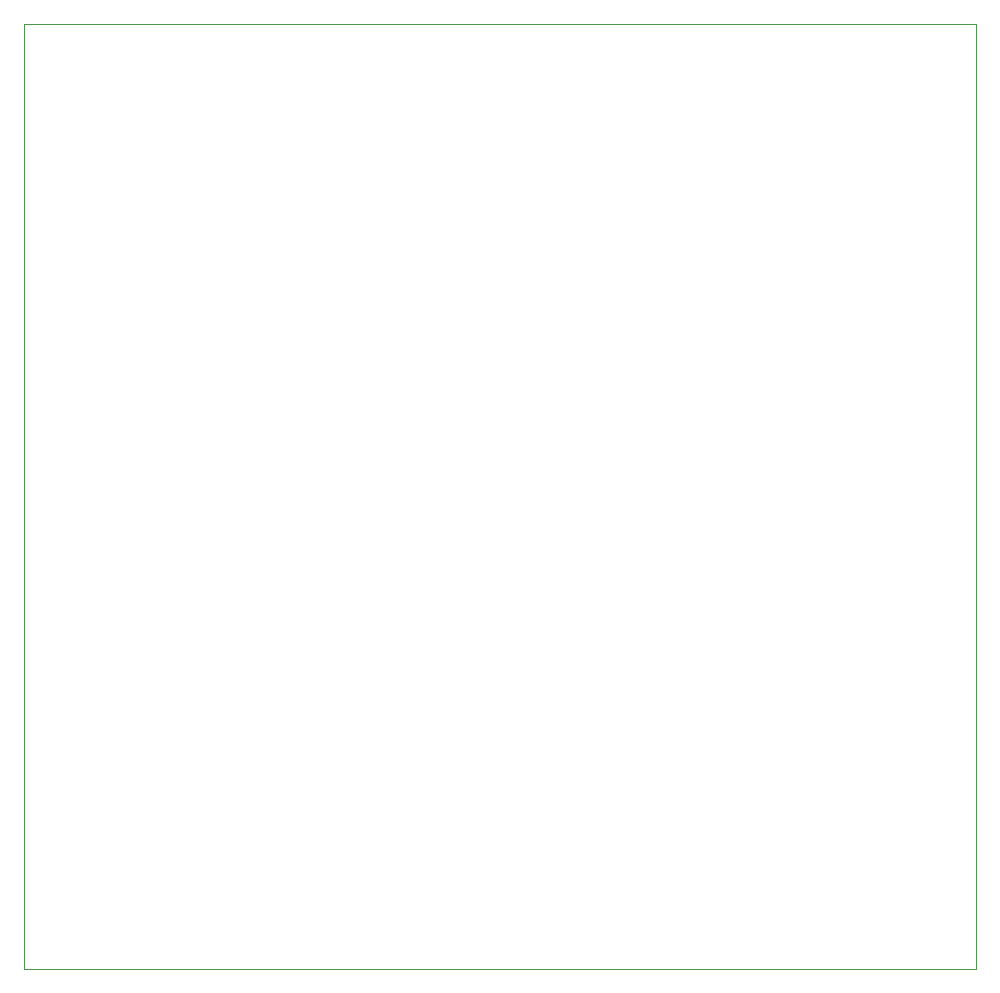
<source format=gbr>
G04 #@! TF.GenerationSoftware,KiCad,Pcbnew,(5.1.4)-1*
G04 #@! TF.CreationDate,2020-05-14T10:00:22+09:00*
G04 #@! TF.ProjectId,linearpowerboard,6c696e65-6172-4706-9f77-6572626f6172,2.1*
G04 #@! TF.SameCoordinates,Original*
G04 #@! TF.FileFunction,Profile,NP*
%FSLAX46Y46*%
G04 Gerber Fmt 4.6, Leading zero omitted, Abs format (unit mm)*
G04 Created by KiCad (PCBNEW (5.1.4)-1) date 2020-05-14 10:00:22*
%MOMM*%
%LPD*%
G04 APERTURE LIST*
%ADD10C,0.100000*%
G04 APERTURE END LIST*
D10*
X148010000Y-50800000D02*
X228600000Y-50800000D01*
X148010000Y-130790000D02*
X148010000Y-50800000D01*
X228600000Y-130790000D02*
X148010000Y-130790000D01*
X228600000Y-50800000D02*
X228600000Y-130790000D01*
M02*

</source>
